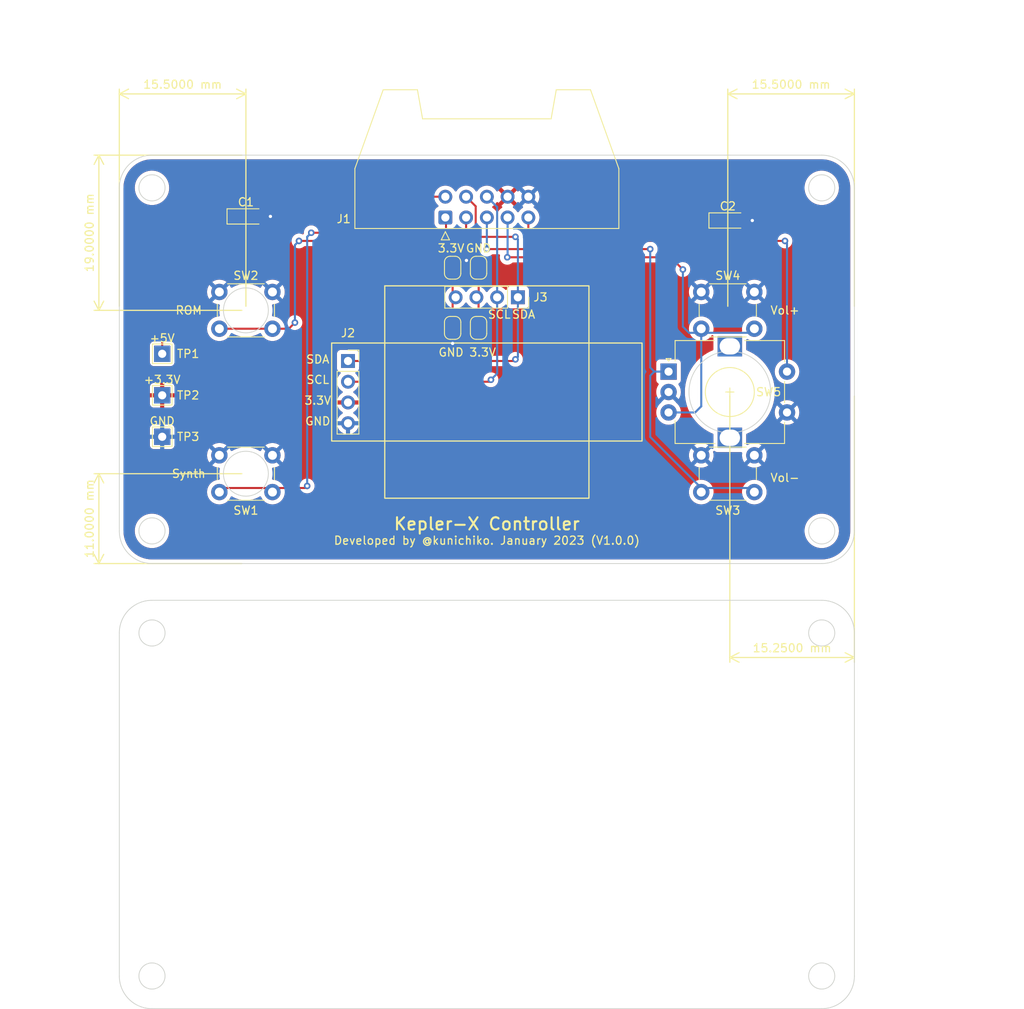
<source format=kicad_pcb>
(kicad_pcb (version 20211014) (generator pcbnew)
  (layers (0 "F.Cu" signal) (31 "B.Cu" signal) (34 "B.Paste" user) (35 "F.Paste" user) (36 "B.SilkS" user "B.Silkscreen") (37 "F.SilkS" user "F.Silkscreen") (38 "B.Mask" user) (39 "F.Mask" user) (44 "Edge.Cuts" user))
  (net 0 "")
  (net 1 "/+5V")
  (net 2 "GND")
  (net 3 "/+3.3V")
  (net 4 "/BTN1")
  (net 5 "/BTN2")
  (net 6 "/SDA")
  (net 7 "/BTN3")
  (net 8 "/SCL")
  (net 9 "/BTN4")
  (net 10 "/BTN_ENC")
  (net 11 "Net-(J3-Pad4)")
  (net 12 "Net-(J3-Pad3)")
  (footprint "Button_Switch_THT:SW_PUSH_6mm" (layer "F.Cu") (at 161.25 61.25)
    (fp_text reference "SW4" (at 3.25 -2) (layer "F.SilkS"))
    (fp_text value "Vol+" (at 10.25 2.25) (layer "F.SilkS"))
    (fp_line (start 1 5.5) (end 5.5 5.5) (layer "F.SilkS") (width 0.12))
    (fp_line (start -0.25 1.5) (end -0.25 3) (layer "F.SilkS") (width 0.12))
    (fp_line (start 5.5 -1) (end 1 -1) (layer "F.SilkS") (width 0.12))
    (fp_line (start 6.75 3) (end 6.75 1.5) (layer "F.SilkS") (width 0.12))
    (pad "1" thru_hole circle (at 0 0 90) (size 2 2) (drill 1.1) (layers *.Cu *.Mask) (net 2 "GND"))
    (pad "1" thru_hole circle (at 6.5 0 90) (size 2 2) (drill 1.1) (layers *.Cu *.Mask) (net 2 "GND"))
    (pad "2" thru_hole circle (at 6.5 4.5 90) (size 2 2) (drill 1.1) (layers *.Cu *.Mask) (net 9 "/BTN4"))
    (pad "2" thru_hole circle (at 0 4.5 90) (size 2 2) (drill 1.1) (layers *.Cu *.Mask) (net 9 "/BTN4"))
  )
  (footprint "TestPoint:TestPoint_THTPad_2.0x2.0mm_Drill1.0mm" (layer "F.Cu") (at 95.25 78.98)
    (fp_text reference "TP3" (at 3.175 0) (layer "F.SilkS"))
    (fp_text value "GND" (at 0 -1.905) (layer "F.SilkS"))
    (fp_line (start -1.2 1.2) (end -1.2 -1.2) (layer "F.SilkS") (width 0.12))
    (fp_line (start 1.2 1.2) (end -1.2 1.2) (layer "F.SilkS") (width 0.12))
    (fp_line (start -1.2 -1.2) (end 1.2 -1.2) (layer "F.SilkS") (width 0.12))
    (fp_line (start 1.2 -1.2) (end 1.2 1.2) (layer "F.SilkS") (width 0.12))
    (pad "1" thru_hole rect (at 0 0) (size 2 2) (drill 1) (layers *.Cu *.Mask) (net 2 "GND"))
  )
  (footprint "Button_Switch_THT:SW_PUSH_6mm" (layer "F.Cu") (at 102.25 81.25)
    (fp_text reference "SW1" (at 3.25 6.75) (layer "F.SilkS"))
    (fp_text value "Synth" (at -3.75 2.25) (layer "F.SilkS"))
    (fp_line (start -0.25 1.5) (end -0.25 3) (layer "F.SilkS") (width 0.12))
    (fp_line (start 5.5 -1) (end 1 -1) (layer "F.SilkS") (width 0.12))
    (fp_line (start 1 5.5) (end 5.5 5.5) (layer "F.SilkS") (width 0.12))
    (fp_line (start 6.75 3) (end 6.75 1.5) (layer "F.SilkS") (width 0.12))
    (pad "1" thru_hole circle (at 6.5 0 90) (size 2 2) (drill 1.1) (layers *.Cu *.Mask) (net 2 "GND"))
    (pad "1" thru_hole circle (at 0 0 90) (size 2 2) (drill 1.1) (layers *.Cu *.Mask) (net 2 "GND"))
    (pad "2" thru_hole circle (at 0 4.5 90) (size 2 2) (drill 1.1) (layers *.Cu *.Mask) (net 4 "/BTN1"))
    (pad "2" thru_hole circle (at 6.5 4.5 90) (size 2 2) (drill 1.1) (layers *.Cu *.Mask) (net 4 "/BTN1"))
  )
  (footprint "Capacitor_Tantalum_SMD:CP_EIA-3216-10_Kemet-I" (layer "F.Cu") (at 164.5 52.5)
    (fp_text reference "C2" (at 0 -1.75) (layer "F.SilkS"))
    (fp_text value "10uF")
    (fp_line (start -2.31 -0.935) (end -2.31 0.935) (layer "F.SilkS") (width 0.12))
    (fp_line (start 1.6 -0.935) (end -2.31 -0.935) (layer "F.SilkS") (width 0.12))
    (fp_line (start -2.31 0.935) (end 1.6 0.935) (layer "F.SilkS") (width 0.12))
    (pad "1" smd roundrect (at -1.35 0) (size 1.4 1.35) (layers "F.Cu" "F.Paste" "F.Mask") (roundrect_rratio 0.1851851852) (net 3 "/+3.3V"))
    (pad "2" smd roundrect (at 1.35 0) (size 1.4 1.35) (layers "F.Cu" "F.Paste" "F.Mask") (roundrect_rratio 0.1851851852) (net 2 "GND"))
  )
  (footprint "Jumper:SolderJumper-2_P1.3mm_Open_RoundedPad1.0x1.5mm" (layer "F.Cu") (at 130.81 65.645 -90)
    (fp_text reference "JP4" hide)
    (fp_text value "GND" (at 3 0.19 180) (layer "F.SilkS"))
    (fp_line (start -1.4 0.3) (end -1.4 -0.3) (layer "F.SilkS") (width 0.12))
    (fp_line (start 0.7 1) (end -0.7 1) (layer "F.SilkS") (width 0.12))
    (fp_line (start -0.7 -1) (end 0.7 -1) (layer "F.SilkS") (width 0.12))
    (fp_line (start 1.4 -0.3) (end 1.4 0.3) (layer "F.SilkS") (width 0.12))
    (fp_arc (start 1.4 0.3) (mid 1.194975 0.794975) (end 0.7 1) (layer "F.SilkS") (width 0.12))
    (fp_arc (start 0.7 -1) (mid 1.194975 -0.794975) (end 1.4 -0.3) (layer "F.SilkS") (width 0.12))
    (fp_arc (start -1.4 -0.3) (mid -1.194975 -0.794975) (end -0.7 -1) (layer "F.SilkS") (width 0.12))
    (fp_arc (start -0.7 1) (mid -1.194975 0.794975) (end -1.4 0.3) (layer "F.SilkS") (width 0.12))
    (pad "1" smd custom (at -0.65 0 270) (size 1 0.5) (layers "F.Cu" "F.Mask") (net 11 "Net-(J3-Pad4)") (options (clearance outline) (anchor rect)) (primitives (gr_circle (center 0 0.25) (end 0.5 0.25) (width 0) (fill yes)) (gr_circle (center 0 -0.25) (end 0.5 -0.25) (width 0) (fill yes)) (gr_poly (pts (xy 0.5 0.75) (xy 0 0.75) (xy 0 -0.75) (xy 0.5 -0.75)) (width 0) (fill yes))))
    (pad "2" smd custom (at 0.65 0 270) (size 1 0.5) (layers "F.Cu" "F.Mask") (net 2 "GND") (options (clearance outline) (anchor rect)) (primitives (gr_circle (center 0 0.25) (end 0.5 0.25) (width 0) (fill yes)) (gr_circle (center 0 -0.25) (end 0.5 -0.25) (width 0) (fill yes)) (gr_poly (pts (xy 0 0.75) (xy -0.5 0.75) (xy -0.5 -0.75) (xy 0 -0.75)) (width 0) (fill yes))))
  )
  (footprint "TestPoint:TestPoint_THTPad_2.0x2.0mm_Drill1.0mm" (layer "F.Cu") (at 95.25 73.9)
    (fp_text reference "TP2" (at 3.175 0) (layer "F.SilkS"))
    (fp_text value "+3.3V" (at 0 -1.905) (layer "F.SilkS"))
    (fp_line (start -1.2 1.2) (end -1.2 -1.2) (layer "F.SilkS") (width 0.12))
    (fp_line (start -1.2 -1.2) (end 1.2 -1.2) (layer "F.SilkS") (width 0.12))
    (fp_line (start 1.2 1.2) (end -1.2 1.2) (layer "F.SilkS") (width 0.12))
    (fp_line (start 1.2 -1.2) (end 1.2 1.2) (layer "F.SilkS") (width 0.12))
    (pad "1" thru_hole rect (at 0 0) (size 2 2) (drill 1) (layers *.Cu *.Mask) (net 3 "/+3.3V"))
  )
  (footprint "Capacitor_Tantalum_SMD:CP_EIA-3216-10_Kemet-I" (layer "F.Cu") (at 105.5 52)
    (fp_text reference "C1" (at 0 -1.75) (layer "F.SilkS"))
    (fp_text value "10uF")
    (fp_line (start 1.6 -0.935) (end -2.31 -0.935) (layer "F.SilkS") (width 0.12))
    (fp_line (start -2.31 0.935) (end 1.6 0.935) (layer "F.SilkS") (width 0.12))
    (fp_line (start -2.31 -0.935) (end -2.31 0.935) (layer "F.SilkS") (width 0.12))
    (pad "1" smd roundrect (at -1.35 0) (size 1.4 1.35) (layers "F.Cu" "F.Paste" "F.Mask") (roundrect_rratio 0.1851851852) (net 1 "/+5V"))
    (pad "2" smd roundrect (at 1.35 0) (size 1.4 1.35) (layers "F.Cu" "F.Paste" "F.Mask") (roundrect_rratio 0.1851851852) (net 2 "GND"))
  )
  (footprint "Rotary_Encoder:RotaryEncoder_Alps_EC12E-Switch_Vertical_H20mm" (layer "F.Cu") (at 157.25 71)
    (fp_text reference "SW5" (at 12.25 2.5) (layer "F.SilkS"))
    (fp_text value "RotaryEncoder_Switch")
    (fp_line (start 7.5 2) (end 7.5 3) (layer "F.SilkS") (width 0.12))
    (fp_line (start 14.2 1.2) (end 14.2 3.8) (layer "F.SilkS") (width 0.12))
    (fp_line (start 9.3 -3.8) (end 14.2 -3.8) (layer "F.SilkS") (width 0.12))
    (fp_line (start 14.2 8.8) (end 9.3 8.8) (layer "F.SilkS") (width 0.12))
    (fp_line (start 5.7 8.8) (end 0.8 8.8) (layer "F.SilkS") (width 0.12))
    (fp_line (start 14.2 -3.8) (end 14.2 -1.2) (layer "F.SilkS") (width 0.12))
    (fp_line (start 7 2.5) (end 8 2.5) (layer "F.SilkS") (width 0.12))
    (fp_line (start -0.3 -1.6) (end 0.3 -1.6) (layer "F.SilkS") (width 0.12))
    (fp_line (start 5.6 -3.8) (end 0.8 -3.8) (layer "F.SilkS") (width 0.12))
    (fp_line (start 0.3 -1.6) (end 0 -1.3) (layer "F.SilkS") (width 0.12))
    (fp_line (start 0 -1.3) (end -0.3 -1.6) (layer "F.SilkS") (width 0.12))
    (fp_line (start 0.8 -3.8) (end 0.8 -1.3) (layer "F.SilkS") (width 0.12))
    (fp_line (start 14.2 6.2) (end 14.2 8.8) (layer "F.SilkS") (width 0.12))
    (fp_line (start 0.8 8.8) (end 0.8 6) (layer "F.SilkS") (width 0.12))
    (fp_circle (center 7.5 2.5) (end 10.5 2.5) (layer "F.SilkS") (width 0.12) (fill none))
    (pad "A" thru_hole rect (at 0 0) (size 2 2) (drill 1) (layers *.Cu *.Mask) (net 7 "/BTN3"))
    (pad "B" thru_hole circle (at 0 5) (size 2 2) (drill 1) (layers *.Cu *.Mask) (net 9 "/BTN4"))
    (pad "C" thru_hole circle (at 0 2.5) (size 2 2) (drill 1) (layers *.Cu *.Mask) (net 2 "GND"))
    (pad "MP" thru_hole rect (at 7.5 -3.1) (size 3 2.5) (drill oval 2.5 2) (layers *.Cu *.Mask))
    (pad "MP" thru_hole rect (at 7.5 8.1) (size 3 2.5) (drill oval 2.5 2) (layers *.Cu *.Mask))
    (pad "S1" thru_hole circle (at 14.5 0) (size 2 2) (drill 1) (layers *.Cu *.Mask) (net 10 "/BTN_ENC"))
    (pad "S2" thru_hole circle (at 14.5 5) (size 2 2) (drill 1) (layers *.Cu *.Mask) (net 2 "GND"))
  )
  (footprint "Connector_PinSocket_2.54mm:PinSocket_1x04_P2.54mm_Vertical" (layer "F.Cu") (at 118 69.7)
    (fp_text reference "J2" (at 0 -3.42) (layer "F.SilkS"))
    (fp_text value "Conn_01x04")
    (fp_line (start 1.33 -1.33) (end 1.33 0) (layer "F.SilkS") (width 0.12))
    (fp_line (start -1.33 1.27) (end 1.33 1.27) (layer "F.SilkS") (width 0.12))
    (fp_line (start 1.33 1.27) (end 1.33 8.95) (layer "F.SilkS") (width 0.12))
    (fp_line (start -1.33 8.95) (end 1.33 8.95) (layer "F.SilkS") (width 0.12))
    (fp_line (start 0 -1.33) (end 1.33 -1.33) (layer "F.SilkS") (width 0.12))
    (fp_line (start -1.33 1.27) (end -1.33 8.95) (layer "F.SilkS") (width 0.12))
    (pad "1" thru_hole rect (at 0 0) (size 1.7 1.7) (drill 1) (layers *.Cu *.Mask) (net 6 "/SDA"))
    (pad "2" thru_hole oval (at 0 2.54) (size 1.7 1.7) (drill 1) (layers *.Cu *.Mask) (net 8 "/SCL"))
    (pad "3" thru_hole oval (at 0 5.08) (size 1.7 1.7) (drill 1) (layers *.Cu *.Mask) (net 3 "/+3.3V"))
    (pad "4" thru_hole oval (at 0 7.62) (size 1.7 1.7) (drill 1) (layers *.Cu *.Mask) (net 2 "GND"))
  )
  (footprint "Jumper:SolderJumper-2_P1.3mm_Open_RoundedPad1.0x1.5mm" (layer "F.Cu") (at 133.985 58.279 90)
    (fp_text reference "JP2" hide)
    (fp_text value "GND" (at 2.38 -0.015 180) (layer "F.SilkS"))
    (fp_line (start -0.7 -1) (end 0.7 -1) (layer "F.SilkS") (width 0.12))
    (fp_line (start 1.4 -0.3) (end 1.4 0.3) (layer "F.SilkS") (width 0.12))
    (fp_line (start 0.7 1) (end -0.7 1) (layer "F.SilkS") (width 0.12))
    (fp_line (start -1.4 0.3) (end -1.4 -0.3) (layer "F.SilkS") (width 0.12))
    (fp_arc (start -0.7 1) (mid -1.194975 0.794975) (end -1.4 0.3) (layer "F.SilkS") (width 0.12))
    (fp_arc (start 0.7 -1) (mid 1.194975 -0.794975) (end 1.4 -0.3) (layer "F.SilkS") (width 0.12))
    (fp_arc (start 1.4 0.3) (mid 1.194975 0.794975) (end 0.7 1) (layer "F.SilkS") (width 0.12))
    (fp_arc (start -1.4 -0.3) (mid -1.194975 -0.794975) (end -0.7 -1) (layer "F.SilkS") (width 0.12))
    (pad "1" smd custom (at -0.65 0 90) (size 1 0.5) (layers "F.Cu" "F.Mask") (net 12 "Net-(J3-Pad3)") (options (clearance outline) (anchor rect)) (primitives (gr_circle (center 0 0.25) (end 0.5 0.25) (width 0) (fill yes)) (gr_circle (center 0 -0.25) (end 0.5 -0.25) (width 0) (fill yes)) (gr_poly (pts (xy 0.5 0.75) (xy 0 0.75) (xy 0 -0.75) (xy 0.5 -0.75)) (width 0) (fill yes))))
    (pad "2" smd custom (at 0.65 0 90) (size 1 0.5) (layers "F.Cu" "F.Mask") (net 2 "GND") (options (clearance outline) (anchor rect)) (primitives (gr_circle (center 0 0.25) (end 0.5 0.25) (width 0) (fill yes)) (gr_circle (center 0 -0.25) (end 0.5 -0.25) (width 0) (fill yes)) (gr_poly (pts (xy 0 0.75) (xy -0.5 0.75) (xy -0.5 -0.75) (xy 0 -0.75)) (width 0) (fill yes))))
  )
  (footprint "TestPoint:TestPoint_THTPad_2.0x2.0mm_Drill1.0mm" (layer "F.Cu") (at 95.25 68.82)
    (fp_text reference "TP1" (at 3.175 0) (layer "F.SilkS"))
    (fp_text value "+5V" (at 0 -1.905) (layer "F.SilkS"))
    (fp_line (start -1.2 1.2) (end -1.2 -1.2) (layer "F.SilkS") (width 0.12))
    (fp_line (start 1.2 -1.2) (end 1.2 1.2) (layer "F.SilkS") (width 0.12))
    (fp_line (start 1.2 1.2) (end -1.2 1.2) (layer "F.SilkS") (width 0.12))
    (fp_line (start -1.2 -1.2) (end 1.2 -1.2) (layer "F.SilkS") (width 0.12))
    (pad "1" thru_hole rect (at 0 0) (size 2 2) (drill 1) (layers *.Cu *.Mask) (net 1 "/+5V"))
  )
  (footprint "Button_Switch_THT:SW_PUSH_6mm" (layer "F.Cu") (at 161.25 81.25)
    (fp_text reference "SW3" (at 3.25 6.75) (layer "F.SilkS"))
    (fp_text value "Vol-" (at 10.25 2.75) (layer "F.SilkS"))
    (fp_line (start 1 5.5) (end 5.5 5.5) (layer "F.SilkS") (width 0.12))
    (fp_line (start -0.25 1.5) (end -0.25 3) (layer "F.SilkS") (width 0.12))
    (fp_line (start 6.75 3) (end 6.75 1.5) (layer "F.SilkS") (width 0.12))
    (fp_line (start 5.5 -1) (end 1 -1) (layer "F.SilkS") (width 0.12))
    (pad "1" thru_hole circle (at 0 0 90) (size 2 2) (drill 1.1) (layers *.Cu *.Mask) (net 2 "GND"))
    (pad "1" thru_hole circle (at 6.5 0 90) (size 2 2) (drill 1.1) (layers *.Cu *.Mask) (net 2 "GND"))
    (pad "2" thru_hole circle (at 0 4.5 90) (size 2 2) (drill 1.1) (layers *.Cu *.Mask) (net 7 "/BTN3"))
    (pad "2" thru_hole circle (at 6.5 4.5 90) (size 2 2) (drill 1.1) (layers *.Cu *.Mask) (net 7 "/BTN3"))
  )
  (footprint "Jumper:SolderJumper-2_P1.3mm_Open_RoundedPad1.0x1.5mm" (layer "F.Cu") (at 133.985 65.645 90)
    (fp_text reference "JP3" hide)
    (fp_text value "3.3V" (at -3 0.5 180) (layer "F.SilkS"))
    (fp_line (start -0.7 -1) (end 0.7 -1) (layer "F.SilkS") (width 0.12))
    (fp_line (start -1.4 0.3) (end -1.4 -0.3) (layer "F.SilkS") (width 0.12))
    (fp_line (start 0.7 1) (end -0.7 1) (layer "F.SilkS") (width 0.12))
    (fp_line (start 1.4 -0.3) (end 1.4 0.3) (layer "F.SilkS") (width 0.12))
    (fp_arc (start 1.4 0.3) (mid 1.194975 0.794975) (end 0.7 1) (layer "F.SilkS") (width 0.12))
    (fp_arc (start 0.7 -1) (mid 1.194975 -0.794975) (end 1.4 -0.3) (layer "F.SilkS") (width 0.12))
    (fp_arc (start -0.7 1) (mid -1.194975 0.794975) (end -1.4 0.3) (layer "F.SilkS") (width 0.12))
    (fp_arc (start -1.4 -0.3) (mid -1.194975 -0.794975) (end -0.7 -1) (layer "F.SilkS") (width 0.12))
    (pad "1" smd custom (at -0.65 0 90) (size 1 0.5) (layers "F.Cu" "F.Mask") (net 3 "/+3.3V") (options (clearance outline) (anchor rect)) (primitives (gr_circle (center 0 0.25) (end 0.5 0.25) (width 0) (fill yes)) (gr_circle (center 0 -0.25) (end 0.5 -0.25) (width 0) (fill yes)) (gr_poly (pts (xy 0.5 0.75) (xy 0 0.75) (xy 0 -0.75) (xy 0.5 -0.75)) (width 0) (fill yes))))
    (pad "2" smd custom (at 0.65 0 90) (size 1 0.5) (layers "F.Cu" "F.Mask") (net 12 "Net-(J3-Pad3)") (options (clearance outline) (anchor rect)) (primitives (gr_circle (center 0 0.25) (end 0.5 0.25) (width 0) (fill yes)) (gr_circle (center 0 -0.25) (end 0.5 -0.25) (width 0) (fill yes)) (gr_poly (pts (xy 0 0.75) (xy -0.5 0.75) (xy -0.5 -0.75) (xy 0 -0.75)) (width 0) (fill yes))))
  )
  (footprint "Button_Switch_THT:SW_PUSH_6mm" (layer "F.Cu") (at 102.25 61.25)
    (fp_text reference "SW2" (at 3.25 -2) (layer "F.SilkS"))
    (fp_text value "ROM" (at -3.75 2.25) (layer "F.SilkS"))
    (fp_line (start 5.5 -1) (end 1 -1) (layer "F.SilkS") (width 0.12))
    (fp_line (start 1 5.5) (end 5.5 5.5) (layer "F.SilkS") (width 0.12))
    (fp_line (start -0.25 1.5) (end -0.25 3) (layer "F.SilkS") (width 0.12))
    (fp_line (start 6.75 3) (end 6.75 1.5) (layer "F.SilkS") (width 0.12))
    (pad "1" thru_hole circle (at 0 0 90) (size 2 2) (drill 1.1) (layers *.Cu *.Mask) (net 2 "GND"))
    (pad "1" thru_hole circle (at 6.5 0 90) (size 2 2) (drill 1.1) (layers *.Cu *.Mask) (net 2 "GND"))
    (pad "2" thru_hole circle (at 0 4.5 90) (size 2 2) (drill 1.1) (layers *.Cu *.Mask) (net 5 "/BTN2"))
    (pad "2" thru_hole circle (at 6.5 4.5 90) (size 2 2) (drill 1.1) (layers *.Cu *.Mask) (net 5 "/BTN2"))
  )
  (footprint "Connector_PinSocket_2.54mm:PinSocket_1x04_P2.54mm_Vertical" (layer "F.Cu") (at 138.8 61.9 -90)
    (fp_text reference "J3" (at 0 -2.77) (layer "F.SilkS"))
    (fp_text value "Conn_01x04")
    (fp_line (start 1.33 1.27) (end 1.33 8.95) (layer "F.SilkS") (width 0.12))
    (fp_line (start -1.33 1.27) (end -1.33 8.95) (layer "F.SilkS") (width 0.12))
    (fp_line (start -1.33 8.95) (end 1.33 8.95) (layer "F.SilkS") (width 0.12))
    (fp_line (start 0 -1.33) (end 1.33 -1.33) (layer "F.SilkS") (width 0.12))
    (fp_line (start 1.33 -1.33) (end 1.33 0) (layer "F.SilkS") (width 0.12))
    (fp_line (start -1.33 1.27) (end 1.33 1.27) (layer "F.SilkS") (width 0.12))
    (pad "1" thru_hole rect (at 0 0 270) (size 1.7 1.7) (drill 1) (layers *.Cu *.Mask) (net 6 "/SDA"))
    (pad "2" thru_hole oval (at 0 2.54 270) (size 1.7 1.7) (drill 1) (layers *.Cu *.Mask) (net 8 "/SCL"))
    (pad "3" thru_hole oval (at 0 5.08 270) (size 1.7 1.7) (drill 1) (layers *.Cu *.Mask) (net 12 "Net-(J3-Pad3)"))
    (pad "4" thru_hole oval (at 0 7.62 270) (size 1.7 1.7) (drill 1) (layers *.Cu *.Mask) (net 11 "Net-(J3-Pad4)"))
  )
  (footprint "Jumper:SolderJumper-2_P1.3mm_Open_RoundedPad1.0x1.5mm" (layer "F.Cu") (at 130.81 58.279 -90)
    (fp_text reference "JP1" hide)
    (fp_text value "3.3V" (at -2.38 0.19 180) (layer "F.SilkS"))
    (fp_line (start 0.7 1) (end -0.7 1) (layer "F.SilkS") (width 0.12))
    (fp_line (start -1.4 0.3) (end -1.4 -0.3) (layer "F.SilkS") (width 0.12))
    (fp_line (start 1.4 -0.3) (end 1.4 0.3) (layer "F.SilkS") (width 0.12))
    (fp_line (start -0.7 -1) (end 0.7 -1) (layer "F.SilkS") (width 0.12))
    (fp_arc (start -1.4 -0.3) (mid -1.194975 -0.794975) (end -0.7 -1) (layer "F.SilkS") (width 0.12))
    (fp_arc (start 1.4 0.3) (mid 1.194975 0.794975) (end 0.7 1) (layer "F.SilkS") (width 0.12))
    (fp_arc (start -0.7 1) (mid -1.194975 0.794975) (end -1.4 0.3) (layer "F.SilkS") (width 0.12))
    (fp_arc (start 0.7 -1) (mid 1.194975 -0.794975) (end 1.4 -0.3) (layer "F.SilkS") (width 0.12))
    (pad "1" smd custom (at -0.65 0 270) (size 1 0.5) (layers "F.Cu" "F.Mask") (net 3 "/+3.3V") (options (clearance outline) (anchor rect)) (primitives (gr_circle (center 0 0.25) (end 0.5 0.25) (width 0) (fill yes)) (gr_circle (center 0 -0.25) (end 0.5 -0.25) (width 0) (fill yes)) (gr_poly (pts (xy 0.5 0.75) (xy 0 0.75) (xy 0 -0.75) (xy 0.5 -0.75)) (width 0) (fill yes))))
    (pad "2" smd custom (at 0.65 0 270) (size 1 0.5) (layers "F.Cu" "F.Mask") (net 11 "Net-(J3-Pad4)") (options (clearance outline) (anchor rect)) (primitives (gr_circle (center 0 0.25) (end 0.5 0.25) (width 0) (fill yes)) (gr_circle (center 0 -0.25) (end 0.5 -0.25) (width 0) (fill yes)) (gr_poly (pts (xy 0 0.75) (xy -0.5 0.75) (xy -0.5 -0.75) (xy 0 -0.75)) (width 0) (fill yes))))
  )
  (footprint "Connector_IDC:IDC-Header_2x05_P2.54mm_Latch_Horizontal" (layer "F.Cu") (at 129.92 52.1275 90)
    (fp_text reference "J1" (at -0.1825 -12.445 180) (layer "F.SilkS"))
    (fp_text value "Conn_02x05_Odd_Even")
    (fp_line (start 15.64 17.77) (end 5.98 21.24) (layer "F.SilkS") (width 0.12))
    (fp_line (start 15.64 -3.42) (end 12.08 -2.79) (layer "F.SilkS") (width 0.12))
    (fp_line (start 15.64 -7.61) (end 15.64 -3.42) (layer "F.SilkS") (width 0.12))
    (fp_line (start -2.74 -0.5) (end -2.74 0.5) (layer "F.SilkS") (width 0.12))
    (fp_line (start -1.74 0) (end -2.74 -0.5) (layer "F.SilkS") (width 0.12))
    (fp_line (start -1.35 21.24) (end -1.35 -11.08) (layer "F.SilkS") (width 0.12))
    (fp_line (start 15.64 13.58) (end 15.64 17.77) (layer "F.SilkS") (width 0.12))
    (fp_line (start 5.98 21.24) (end -1.35 21.24) (layer "F.SilkS") (width 0.12))
    (fp_line (start -1.35 -11.08) (end 5.98 -11.08) (layer "F.SilkS") (width 0.12))
    (fp_line (start 5.98 -11.08) (end 15.64 -7.61) (layer "F.SilkS") (width 0.12))
    (fp_line (start 12.08 12.95) (end 15.64 13.58) (layer "F.SilkS") (width 0.12))
    (fp_line (start -2.74 0.5) (end -1.74 0) (layer "F.SilkS") (width 0.12))
    (fp_line (start 12.08 -2.79) (end 12.08 12.95) (layer "F.SilkS") (width 0.12))
    (pad "1" thru_hole roundrect (at 0 0 90) (size 1.7 1.7) (drill 1) (layers *.Cu *.Mask) (roundrect_rratio 0.1470588235) (net 4 "/BTN1"))
    (pad "2" thru_hole circle (at 2.54 0 90) (size 1.7 1.7) (drill 1) (layers *.Cu *.Mask) (net 1 "/+5V"))
    (pad "3" thru_hole circle (at 0 2.54 90) (size 1.7 1.7) (drill 1) (layers *.Cu *.Mask) (net 5 "/BTN2"))
    (pad "4" thru_hole circle (at 2.54 2.54 90) (size 1.7 1.7) (drill 1) (layers *.Cu *.Mask) (net 6 "/SDA"))
    (pad "5" thru_hole circle (at 0 5.08 90) (size 1.7 1.7) (drill 1) (layers *.Cu *.Mask) (net 7 "/BTN3"))
    (pad "6" thru_hole circle (at 2.54 5.08 90) (size 1.7 1.7) (drill 1) (layers *.Cu *.Mask) (net 8 "/SCL"))
    (pad "7" thru_hole circle (at 0 7.62 90) (size 1.7 1.7) (drill 1) (layers *.Cu *.Mask) (net 9 "/BTN4"))
    (pad "8" thru_hole circle (at 2.54 7.62 90) (size 1.7 1.7) (drill 1) (layers *.Cu *.Mask) (net 3 "/+3.3V"))
    (pad "9" thru_hole circle (at 0 10.16 90) (size 1.7 1.7) (drill 1) (layers *.Cu *.Mask) (net 10 "/BTN_ENC"))
    (pad "10" thru_hole circle (at 2.54 10.16 90) (size 1.7 1.7) (drill 1) (layers *.Cu *.Mask) (net 2 "GND"))
  )
  (gr_rect (start 116 67.5) (end 154 79.5) (layer "F.SilkS") (width 0.15) (fill none))
  (gr_rect (start 122.5 60.5) (end 147.5 86.5) (layer "F.SilkS") (width 0.15) (fill none))
  (gr_circle (center 176 90.5) (end 177.6 90.5) (layer "Edge.Cuts") (width 0.1) (fill none))
  (gr_circle (center 176 103) (end 177.6 103) (layer "Edge.Cuts") (width 0.1) (fill none))
  (gr_circle (center 176 145) (end 177.6 145) (layer "Edge.Cuts") (width 0.1) (fill none))
  (gr_line (start 180 48.5) (end 180 90.5) (layer "Edge.Cuts") (width 0.1))
  (gr_arc (start 94 94.5) (mid 91.171573 93.328427) (end 90 90.5) (layer "Edge.Cuts") (width 0.1))
  (gr_circle (center 176 48.5) (end 177.6 48.5) (layer "Edge.Cuts") (width 0.1) (fill none))
  (gr_line (start 94 44.5) (end 176 44.5) (layer "Edge.Cuts") (width 0.1))
  (gr_line (start 176 149) (end 94 149) (layer "Edge.Cuts") (width 0.1))
  (gr_line (start 180 103) (end 180 145) (layer "Edge.Cuts") (width 0.1))
  (gr_circle (center 94 145) (end 95.6 145) (layer "Edge.Cuts") (width 0.1) (fill none))
  (gr_line (start 90 145) (end 90 103) (layer "Edge.Cuts") (width 0.1))
  (gr_arc (start 180 145) (mid 178.828427 147.828427) (end 176 149) (layer "Edge.Cuts") (width 0.1))
  (gr_line (start 176 94.5) (end 94 94.5) (layer "Edge.Cuts") (width 0.1))
  (gr_arc (start 94 149) (mid 91.171573 147.828427) (end 90 145) (layer "Edge.Cuts") (width 0.1))
  (gr_arc (start 176 44.5) (mid 178.828427 45.671573) (end 180 48.5) (layer "Edge.Cuts") (width 0.1))
  (gr_arc (start 90 48.5) (mid 91.171573 45.671573) (end 94 44.5) (layer "Edge.Cuts") (width 0.1))
  (gr_line (start 90 90.5) (end 90 48.5) (layer "Edge.Cuts") (width 0.1))
  (gr_arc (start 176 99) (mid 178.828427 100.171573) (end 180 103) (layer "Edge.Cuts") (width 0.1))
  (gr_circle (center 105.5 63.5) (end 108.25 63.5) (layer "Edge.Cuts") (width 0.1) (fill none))
  (gr_circle (center 164.75 73.5) (end 169.75 73.5) (layer "Edge.Cuts") (width 0.1) (fill none))
  (gr_circle (center 94 90.5) (end 95.6 90.5) (layer "Edge.Cuts") (width 0.1) (fill none))
  (gr_arc (start 180 90.5) (mid 178.828427 93.328427) (end 176 94.5) (layer "Edge.Cuts") (width 0.1))
  (gr_arc (start 90 103) (mid 91.171573 100.171573) (end 94 99) (layer "Edge.Cuts") (width 0.1))
  (gr_line (start 94 99) (end 176 99) (layer "Edge.Cuts") (width 0.1))
  (gr_circle (center 105.5 83.5) (end 108.25 83.5) (layer "Edge.Cuts") (width 0.1) (fill none))
  (gr_circle (center 94 103) (end 95.6 103) (layer "Edge.Cuts") (width 0.1) (fill none))
  (gr_circle (center 94 48.5) (end 95.6 48.5) (layer "Edge.Cuts") (width 0.1) (fill none))
  (gr_text "3.3V" (at 114.3 74.535) (layer "F.SilkS") (effects (font (size 1 1))))
  (gr_text "SCL" (at 114.3 71.995) (layer "F.SilkS") (effects (font (size 1 1))))
  (gr_text "Developed by @kunichiko. January 2023 (V1.0.0)" (at 135.001 91.68) (layer "F.SilkS") (effects (font (size 1 1))))
  (gr_text "SDA" (at 139.5 64) (layer "F.SilkS") (effects (font (size 1 1))))
  (gr_text "GND" (at 114.3 77.075) (layer "F.SilkS") (effects (font (size 1 1))))
  (gr_text "SDA" (at 114.3 69.5) (layer "F.SilkS") (effects (font (size 1 1))))
  (gr_text "SCL" (at 136.525 64) (layer "F.SilkS") (effects (font (size 1 1))))
  (gr_text "Kepler-X Controller" (at 135.001 89.648) (layer "F.SilkS") (effects (font (size 1.5 1.5) (thickness 0.25))))
  (dimension (type aligned) (layer "F.SilkS") (pts (xy 164.75 73.5) (xy 180 73.5)) (height 32.5) (gr_text "15.2500 mm" (at 172.375 104.85) (layer "F.SilkS") (effects (font (size 1 1) (thickness 0.15)))) (format (units 3) (units_format 1) (precision 4)) (style (thickness 0.15) (arrow_length 1.27) (text_position_mode 0) (extension_height 0.58642) (extension_offset 0.5) keep_text_aligned))
  (dimension (type aligned) (layer "F.SilkS") (pts (xy 105.5 83.5) (xy 105.5 94.5)) (height 18) (gr_text "11.0000 mm" (at 86.35 89 90) (layer "F.SilkS") (effects (font (size 1 1) (thickness 0.15)))) (format (units 3) (units_format 1) (precision 4)) (style (thickness 0.15) (arrow_length 1.27) (text_position_mode 0) (extension_height 0.58642) (extension_offset 0.5) keep_text_aligned))
  (dimension (type aligned) (layer "F.SilkS") (pts (xy 105.5 63.5) (xy 105.5 44.5)) (height -18) (gr_text "19.0000 mm" (at 86.35 54 90) (layer "F.SilkS") (effects (font (size 1 1) (thickness 0.15)))) (format (units 3) (units_format 1) (precision 4)) (style (thickness 0.15) (arrow_length 1.27) (text_position_mode 0) (extension_height 0.58642) (extension_offset 0.5) keep_text_aligned))
  (dimension (type aligned) (layer "F.SilkS") (pts (xy 105.5 63.5) (xy 90 63.5)) (height 26.5) (gr_text "15.5000 mm" (at 97.75 35.85) (layer "F.SilkS") (effects (font (size 1 1) (thickness 0.15)))) (format (units 3) (units_format 1) (precision 4)) (style (thickness 0.15) (arrow_length 1.27) (text_position_mode 0) (extension_height 0.58642) (extension_offset 0.5) keep_text_aligned))
  (dimension (type aligned) (layer "F.SilkS") (pts (xy 164.5 63.5) (xy 180 63.5)) (height -26.5) (gr_text "15.5000 mm" (at 172.25 35.85) (layer "F.SilkS") (effects (font (size 1 1) (thickness 0.15)))) (format (units 3) (units_format 1) (precision 4)) (style (thickness 0.15) (arrow_length 1.27) (text_position_mode 0) (extension_height 0.58642) (extension_offset 0.5) keep_text_aligned))
  (segment (start 95.25 57.39) (end 96.52 56.12) (width 0.25) (layer "F.Cu") (net 1))
  (segment (start 104.15 52) (end 104.15 50.415) (width 0.25) (layer "F.Cu") (net 1))
  (segment (start 102.87 56.12) (end 104.15 54.84) (width 0.25) (layer "F.Cu") (net 1))
  (segment (start 104.9575 49.5875) (end 129.92 49.5875) (width 0.25) (layer "F.Cu") (net 1))
  (segment (start 104.14 50.405) (end 104.9575 49.5875) (width 0.25) (layer "F.Cu") (net 1))
  (segment (start 96.52 56.12) (end 102.87 56.12) (width 0.25) (layer "F.Cu") (net 1))
  (segment (start 104.15 54.84) (end 104.15 52) (width 0.25) (layer "F.Cu") (net 1))
  (segment (start 104.15 50.415) (end 104.14 50.405) (width 0.25) (layer "F.Cu") (net 1))
  (segment (start 95.25 68.82) (end 95.25 57.39) (width 0.25) (layer "F.Cu") (net 1))
  (segment (start 106.85 52) (end 108.5 52) (width 0.25) (layer "F.Cu") (net 2))
  (segment (start 132.739 57.629) (end 132.5 57.39) (width 0.25) (layer "F.Cu") (net 2))
  (segment (start 133.985 57.629) (end 132.739 57.629) (width 0.25) (layer "F.Cu") (net 2))
  (segment (start 165.85 52.5) (end 167.5 52.5) (width 0.25) (layer "F.Cu") (net 2))
  (segment (start 130.81 66.295) (end 130.81 67.55) (width 0.25) (layer "F.Cu") (net 2))
  (via (at 130.81 67.55) (size 0.8) (drill 0.4) (layers "F.Cu" "B.Cu") (net 2))
  (via (at 167.5 52.5) (size 0.8) (drill 0.4) (layers "F.Cu" "B.Cu") (net 2))
  (via (at 132.5 57.39) (size 0.8) (drill 0.4) (layers "F.Cu" "B.Cu") (net 2))
  (via (at 108.5 52) (size 0.8) (drill 0.4) (layers "F.Cu" "B.Cu") (net 2))
  (segment (start 102.25 85.25) (end 108.75 85.25) (width 0.25) (layer "F.Cu") (net 4))
  (segment (start 112.75 85.25) (end 113 85) (width 0.25) (layer "F.Cu") (net 4))
  (segment (start 129.5 54) (end 130 53.5) (width 0.25) (layer "F.Cu") (net 4))
  (segment (start 113.5 54) (end 129.5 54) (width 0.25) (layer "F.Cu") (net 4))
  (segment (start 130 53.5) (end 130 52.2075) (width 0.25) (layer "F.Cu") (net 4))
  (segment (start 108.75 85.25) (end 112.75 85.25) (width 0.25) (layer "F.Cu") (net 4))
  (segment (start 130 52.2075) (end 129.92 52.1275) (width 0.25) (layer "F.Cu") (net 4))
  (via (at 113 85) (size 0.8) (drill 0.4) (layers "F.Cu" "B.Cu") (net 4))
  (via (at 113.5 54) (size 0.8) (drill 0.4) (layers "F.Cu" "B.Cu") (net 4))
  (segment (start 113.5 54) (end 113 54.5) (width 0.25) (layer "B.Cu") (net 4))
  (segment (start 113 54.5) (end 113 56.5) (width 0.25) (layer "B.Cu") (net 4))
  (segment (start 113 85) (end 113 56.5) (width 0.25) (layer "B.Cu") (net 4))
  (segment (start 132.46 52.1275) (end 132.46 53.54) (width 0.25) (layer "F.Cu") (net 5))
  (segment (start 131 55) (end 112 55) (width 0.25) (layer "F.Cu") (net 5))
  (segment (start 102.25 65.75) (end 108.75 65.75) (width 0.25) (layer "F.Cu") (net 5))
  (segment (start 108.75 65.75) (end 110.75 65.75) (width 0.25) (layer "F.Cu") (net 5))
  (segment (start 110.75 65.75) (end 111.5 65) (width 0.25) (layer "F.Cu") (net 5))
  (segment (start 132.46 53.54) (end 131 55) (width 0.25) (layer "F.Cu") (net 5))
  (via (at 111.5 65) (size 0.8) (drill 0.4) (layers "F.Cu" "B.Cu") (net 5))
  (via (at 112 55) (size 0.8) (drill 0.4) (layers "F.Cu" "B.Cu") (net 5))
  (segment (start 112 55) (end 111.5 55.5) (width 0.25) (layer "B.Cu") (net 5))
  (segment (start 111.5 55.5) (end 111.5 65) (width 0.25) (layer "B.Cu") (net 5))
  (segment (start 133.634511 50.762011) (end 133.634511 54.134511) (width 0.25) (layer "F.Cu") (net 6))
  (segment (start 133.634511 54.134511) (end 134 54.5) (width 0.25) (layer "F.Cu") (net 6))
  (segment (start 138.3 69.7) (end 138.5 69.5) (width 0.25) (layer "F.Cu") (net 6))
  (segment (start 118 69.7) (end 138.3 69.7) (width 0.25) (layer "F.Cu") (net 6))
  (segment (start 134 54.5) (end 138.5 54.5) (width 0.25) (layer "F.Cu") (net 6))
  (segment (start 132.46 49.5875) (end 133.634511 50.762011) (width 0.25) (layer "F.Cu") (net 6))
  (via (at 138.5 54.5) (size 0.8) (drill 0.4) (layers "F.Cu" "B.Cu") (net 6))
  (via (at 138.5 69.5) (size 0.8) (drill 0.4) (layers "F.Cu" "B.Cu") (net 6))
  (segment (start 138.8 54.8) (end 138.8 61.9) (width 0.25) (layer "B.Cu") (net 6))
  (segment (start 138.8 69.2) (end 138.8 61.9) (width 0.25) (layer "B.Cu") (net 6))
  (segment (start 138.5 69.5) (end 138.8 69.2) (width 0.25) (layer "B.Cu") (net 6))
  (segment (start 138.5 54.5) (end 138.8 54.8) (width 0.25) (layer "B.Cu") (net 6))
  (segment (start 135 56) (end 155 56) (width 0.25) (layer "F.Cu") (net 7))
  (via (at 135 56) (size 0.8) (drill 0.4) (layers "F.Cu" "B.Cu") (net 7))
  (via (at 155 56) (size 0.8) (drill 0.4) (layers "F.Cu" "B.Cu") (net 7))
  (segment (start 155 70.5) (end 155.5 71) (width 0.25) (layer "B.Cu") (net 7))
  (segment (start 155 56) (end 155 70.5) (width 0.25) (layer "B.Cu") (net 7))
  (segment (start 155.5 71) (end 157.25 71) (width 0.25) (layer "B.Cu") (net 7))
  (segment (start 155 79) (end 155 71.5) (width 0.25) (layer "B.Cu") (net 7))
  (segment (start 155 71.5) (end 155.5 71) (width 0.25) (layer "B.Cu") (net 7))
  (segment (start 135 52.1275) (end 135 56) (width 0.25) (layer "B.Cu") (net 7))
  (segment (start 167.75 85.25) (end 161.25 85.25) (width 0.25) (layer "B.Cu") (net 7))
  (segment (start 161.25 85.25) (end 155 79) (width 0.25) (layer "B.Cu") (net 7))
  (segment (start 135.26 72.24) (end 135.5 72) (width 0.25) (layer "F.Cu") (net 8))
  (segment (start 118 72.24) (end 135.26 72.24) (width 0.25) (layer "F.Cu") (net 8))
  (via (at 135.5 72) (size 0.8) (drill 0.4) (layers "F.Cu" "B.Cu") (net 8))
  (segment (start 136.26 50.8475) (end 136.26 61.9) (width 0.25) (layer "B.Cu") (net 8))
  (segment (start 136.26 71.24) (end 136.26 61.9) (width 0.25) (layer "B.Cu") (net 8))
  (segment (start 135 49.5875) (end 136.26 50.8475) (width 0.25) (layer "B.Cu") (net 8))
  (segment (start 135.5 72) (end 136.26 71.24) (width 0.25) (layer "B.Cu") (net 8))
  (segment (start 157.5 57) (end 137.5 57) (width 0.25) (layer "F.Cu") (net 9))
  (segment (start 159 58.5) (end 157.5 57) (width 0.25) (layer "F.Cu") (net 9))
  (via (at 159 58.5) (size 0.8) (drill 0.4) (layers "F.Cu" "B.Cu") (net 9))
  (via (at 137.5 57) (size 0.8) (drill 0.4) (layers "F.Cu" "B.Cu") (net 9))
  (segment (start 157.25 76) (end 160.5 76) (width 0.25) (layer "B.Cu") (net 9))
  (segment (start 161.25 66.25) (end 159.75 66.25) (width 0.25) (layer "B.Cu") (net 9))
  (segment (start 159 65.5) (end 159 58.5) (width 0.25) (layer "B.Cu") (net 9))
  (segment (start 160.5 76) (end 161.25 75.25) (width 0.25) (layer "B.Cu") (net 9))
  (segment (start 167.75 66.25) (end 161.25 66.25) (width 0.25) (layer "B.Cu") (net 9))
  (segment (start 159.75 66.25) (end 159 65.5) (width 0.25) (layer "B.Cu") (net 9))
  (segment (start 137.54 52.1275) (end 137.54 56.96) (width 0.25) (layer "B.Cu") (net 9))
  (segment (start 137.54 56.96) (end 137.5 57) (width 0.25) (layer "B.Cu") (net 9))
  (segment (start 161.25 75.25) (end 161.25 66.25) (width 0.25) (layer "B.Cu") (net 9))
  (segment (start 141.5 55) (end 140.08 53.58) (width 0.25) (layer "F.Cu") (net 10))
  (segment (start 171.5 55) (end 141.5 55) (width 0.25) (layer "F.Cu") (net 10))
  (segment (start 140.08 53.58) (end 140.08 52.1275) (width 0.25) (layer "F.Cu") (net 10))
  (via (at 171.5 55) (size 0.8) (drill 0.4) (layers "F.Cu" "B.Cu") (net 10))
  (segment (start 171.75 71) (end 171.75 55.25) (width 0.25) (layer "B.Cu") (net 10))
  (segment (start 171.75 55.25) (end 171.5 55) (width 0.25) (layer "B.Cu") (net 10))
  (segment (start 130.81 58.929) (end 130.81 61.53) (width 0.25) (layer "F.Cu") (net 11))
  (segment (start 130.81 62.27) (end 130.81 64.995) (width 0.25) (layer "F.Cu") (net 11))
  (segment (start 134 62.18) (end 133.72 61.9) (width 0.25) (layer "F.Cu") (net 12))
  (segment (start 133.72 61.9) (end 133.985 62.165) (width 0.25) (layer "F.Cu") (net 12))
  (segment (start 133.985 62.165) (end 133.985 64.995) (width 0.25) (layer "F.Cu") (net 12))
  (segment (start 133.72 61.9) (end 134 61.62) (width 0.25) (layer "F.Cu") (net 12))
  (segment (start 134 59.15) (end 134 61.62) (width 0.25) (layer "F.Cu") (net 12))
  (zone (net 3) (net_name "/+3.3V") (layer "F.Cu") (connect_pads (clearance 0.508)) (min_thickness 0.254) (fill yes (thermal_gap 0.508) (thermal_bridge_width 0.508))
    (polygon (pts (xy 179.5 94) (xy 90.5 94) (xy 90.5 45) (xy 179.5 45)))
  )
  (zone (net 2) (net_name "GND") (layer "B.Cu") (connect_pads (clearance 0.508)) (min_thickness 0.254) (fill yes (thermal_gap 0.508) (thermal_bridge_width 0.508))
    (polygon (pts (xy 179.5 94) (xy 90.5 94) (xy 90.5 45) (xy 179.5 45)))
  )
)
</source>
